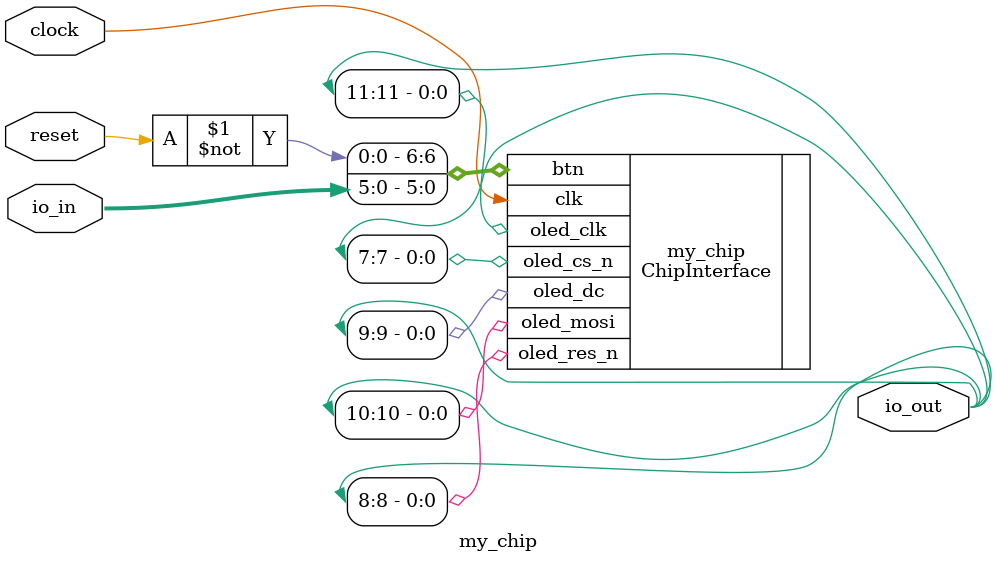
<source format=sv>
`default_nettype none

module my_chip (
    input logic [11:0] io_in, // Inputs to your chip
    output logic [11:0] io_out, // Outputs from your chip
    input logic clock,
    input logic reset // Important: Reset is ACTIVE-HIGH
);

    ChipInterface my_chip(
        .btn({~reset, io_in[5:0]}),
        .clk(clock), //  Run at 25Mhz!!!
        .oled_clk(io_out[11]),
        .oled_mosi(io_out[10]),
        .oled_dc(io_out[9]),
        .oled_res_n(io_out[8]),
        .oled_cs_n(io_out[7])
    );    

endmodule

</source>
